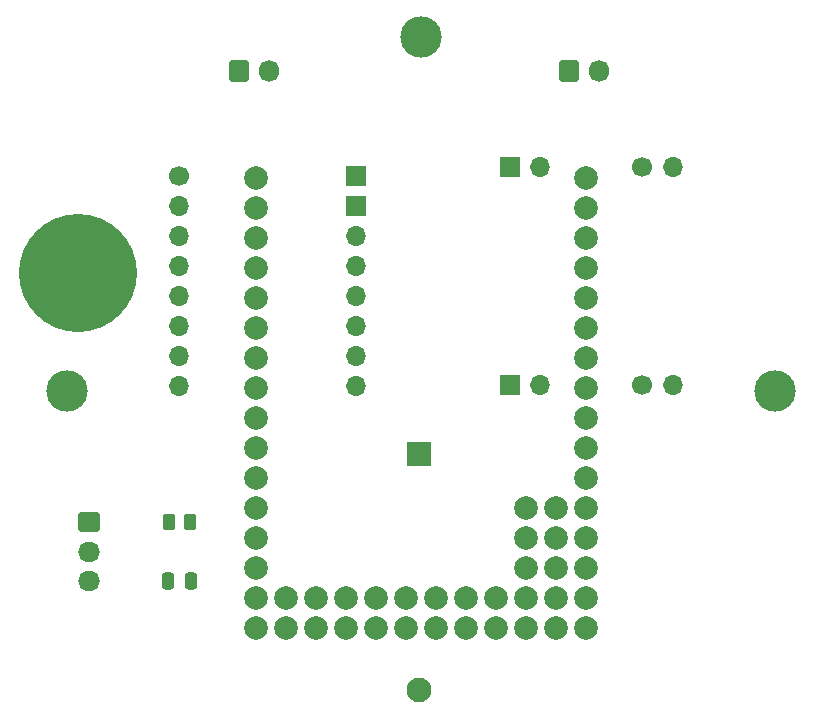
<source format=gbr>
%TF.GenerationSoftware,KiCad,Pcbnew,(6.0.4)*%
%TF.CreationDate,2022-05-12T17:17:44+09:00*%
%TF.ProjectId,0506,30353036-2e6b-4696-9361-645f70636258,rev?*%
%TF.SameCoordinates,Original*%
%TF.FileFunction,Soldermask,Top*%
%TF.FilePolarity,Negative*%
%FSLAX46Y46*%
G04 Gerber Fmt 4.6, Leading zero omitted, Abs format (unit mm)*
G04 Created by KiCad (PCBNEW (6.0.4)) date 2022-05-12 17:17:44*
%MOMM*%
%LPD*%
G01*
G04 APERTURE LIST*
G04 Aperture macros list*
%AMRoundRect*
0 Rectangle with rounded corners*
0 $1 Rounding radius*
0 $2 $3 $4 $5 $6 $7 $8 $9 X,Y pos of 4 corners*
0 Add a 4 corners polygon primitive as box body*
4,1,4,$2,$3,$4,$5,$6,$7,$8,$9,$2,$3,0*
0 Add four circle primitives for the rounded corners*
1,1,$1+$1,$2,$3*
1,1,$1+$1,$4,$5*
1,1,$1+$1,$6,$7*
1,1,$1+$1,$8,$9*
0 Add four rect primitives between the rounded corners*
20,1,$1+$1,$2,$3,$4,$5,0*
20,1,$1+$1,$4,$5,$6,$7,0*
20,1,$1+$1,$6,$7,$8,$9,0*
20,1,$1+$1,$8,$9,$2,$3,0*%
G04 Aperture macros list end*
%ADD10C,1.700000*%
%ADD11O,1.700000X1.700000*%
%ADD12R,1.700000X1.700000*%
%ADD13C,2.100000*%
%ADD14R,2.100000X2.100000*%
%ADD15C,10.000000*%
%ADD16C,3.500000*%
%ADD17C,2.000000*%
%ADD18RoundRect,0.250000X-0.600000X-0.675000X0.600000X-0.675000X0.600000X0.675000X-0.600000X0.675000X0*%
%ADD19O,1.700000X1.850000*%
%ADD20RoundRect,0.250000X0.262500X0.450000X-0.262500X0.450000X-0.262500X-0.450000X0.262500X-0.450000X0*%
%ADD21RoundRect,0.250000X-0.675000X0.600000X-0.675000X-0.600000X0.675000X-0.600000X0.675000X0.600000X0*%
%ADD22O,1.850000X1.700000*%
%ADD23RoundRect,0.250000X-0.250000X-0.475000X0.250000X-0.475000X0.250000X0.475000X-0.250000X0.475000X0*%
G04 APERTURE END LIST*
D10*
%TO.C,J2*%
X129540000Y-64770000D03*
D11*
X129540000Y-67310000D03*
X129540000Y-69850000D03*
X129540000Y-72390000D03*
X129540000Y-74930000D03*
X129540000Y-77470000D03*
X129540000Y-80010000D03*
X129540000Y-82550000D03*
X144462500Y-82550000D03*
X144462500Y-80010000D03*
X144462500Y-77470000D03*
X144462500Y-74930000D03*
X144462500Y-72390000D03*
X144462500Y-69850000D03*
D12*
X144462500Y-67310000D03*
X144462500Y-64770000D03*
%TD*%
%TO.C,J3*%
X157520000Y-82460000D03*
D11*
X160060000Y-82460000D03*
D10*
X168750000Y-82470000D03*
D11*
X171300000Y-82470000D03*
X171300000Y-63970000D03*
D10*
X168750000Y-63970000D03*
D11*
X160060000Y-63960000D03*
D12*
X157520000Y-63960000D03*
%TD*%
D13*
%TO.C,J7*%
X149860000Y-108310914D03*
D14*
X149860000Y-88310914D03*
%TD*%
D15*
%TO.C,H3*%
X121000000Y-73000000D03*
%TD*%
D16*
%TO.C,H4*%
X120000000Y-83000000D03*
%TD*%
%TO.C,H2*%
X180000000Y-83000000D03*
%TD*%
%TO.C,H1*%
X150000000Y-53000000D03*
%TD*%
D17*
%TO.C,J1*%
X138570000Y-100510000D03*
X141110000Y-100510000D03*
X143650000Y-100510000D03*
X146190000Y-100510000D03*
X148730000Y-100510000D03*
X151270000Y-100510000D03*
X153810000Y-100510000D03*
X156350000Y-100510000D03*
X158890000Y-103050000D03*
X158890000Y-100510000D03*
X158890000Y-97970000D03*
X158890000Y-95430000D03*
X158890000Y-92890000D03*
X161430000Y-103050000D03*
X161430000Y-100510000D03*
X161430000Y-97970000D03*
X161430000Y-95430000D03*
X161430000Y-92890000D03*
X163970000Y-103050000D03*
X163970000Y-100510000D03*
X163970000Y-97970000D03*
X163970000Y-95430000D03*
X163970000Y-92890000D03*
X163970000Y-90350000D03*
X163970000Y-87810000D03*
X163970000Y-85270000D03*
X136030000Y-85270000D03*
X136030000Y-87810000D03*
X136030000Y-90350000D03*
X136030000Y-92890000D03*
X136030000Y-95430000D03*
X136030000Y-97970000D03*
X136030000Y-100510000D03*
X136030000Y-103050000D03*
X138570000Y-103050000D03*
X141110000Y-103050000D03*
X143650000Y-103050000D03*
X146190000Y-103050000D03*
X148730000Y-103050000D03*
X151270000Y-103050000D03*
X153810000Y-103050000D03*
X156350000Y-103050000D03*
X136030000Y-64950000D03*
X136030000Y-67490000D03*
X136030000Y-70030000D03*
X136030000Y-72570000D03*
X136030000Y-75110000D03*
X136030000Y-77650000D03*
X136030000Y-80190000D03*
X136030000Y-82730000D03*
X163970000Y-82730000D03*
X163970000Y-80190000D03*
X163970000Y-77650000D03*
X163970000Y-75110000D03*
X163970000Y-72570000D03*
X163970000Y-70030000D03*
X163970000Y-67490000D03*
X163970000Y-64950000D03*
%TD*%
D18*
%TO.C,J6*%
X134620000Y-55880000D03*
D19*
X137120000Y-55880000D03*
%TD*%
D20*
%TO.C,R1*%
X130452500Y-94060000D03*
X128627500Y-94060000D03*
%TD*%
D21*
%TO.C,J5*%
X121920000Y-94060000D03*
D22*
X121920000Y-96560000D03*
X121920000Y-99060000D03*
%TD*%
D23*
%TO.C,C1*%
X128590000Y-99060000D03*
X130490000Y-99060000D03*
%TD*%
D18*
%TO.C,J4*%
X162560000Y-55880000D03*
D19*
X165060000Y-55880000D03*
%TD*%
M02*

</source>
